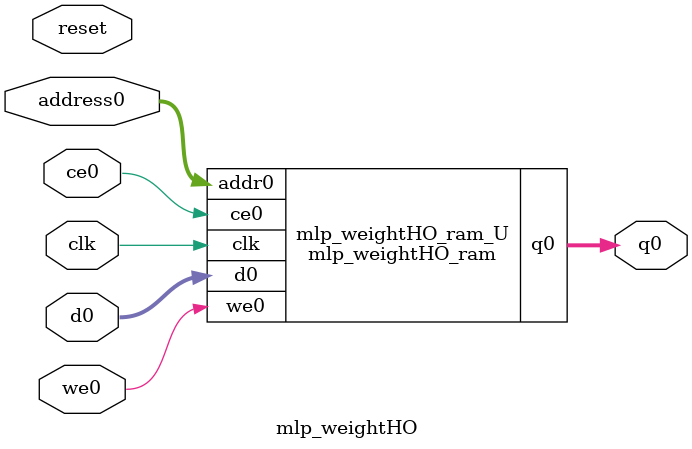
<source format=v>

`timescale 1 ns / 1 ps
module mlp_weightHO_ram (addr0, ce0, d0, we0, q0,  clk);

parameter DWIDTH = 32;
parameter AWIDTH = 4;
parameter MEM_SIZE = 14;

input[AWIDTH-1:0] addr0;
input ce0;
input[DWIDTH-1:0] d0;
input we0;
output reg[DWIDTH-1:0] q0;
input clk;

(* ram_style = "distributed" *)reg [DWIDTH-1:0] ram[0:MEM_SIZE-1];




always @(posedge clk)  
begin 
    if (ce0) 
    begin
        if (we0) 
        begin 
            ram[addr0] <= d0; 
            q0 <= d0;
        end 
        else 
            q0 <= ram[addr0];
    end
end


endmodule


`timescale 1 ns / 1 ps
module mlp_weightHO(
    reset,
    clk,
    address0,
    ce0,
    we0,
    d0,
    q0);

parameter DataWidth = 32'd32;
parameter AddressRange = 32'd14;
parameter AddressWidth = 32'd4;
input reset;
input clk;
input[AddressWidth - 1:0] address0;
input ce0;
input we0;
input[DataWidth - 1:0] d0;
output[DataWidth - 1:0] q0;



mlp_weightHO_ram mlp_weightHO_ram_U(
    .clk( clk ),
    .addr0( address0 ),
    .ce0( ce0 ),
    .d0( d0 ),
    .we0( we0 ),
    .q0( q0 ));

endmodule


</source>
